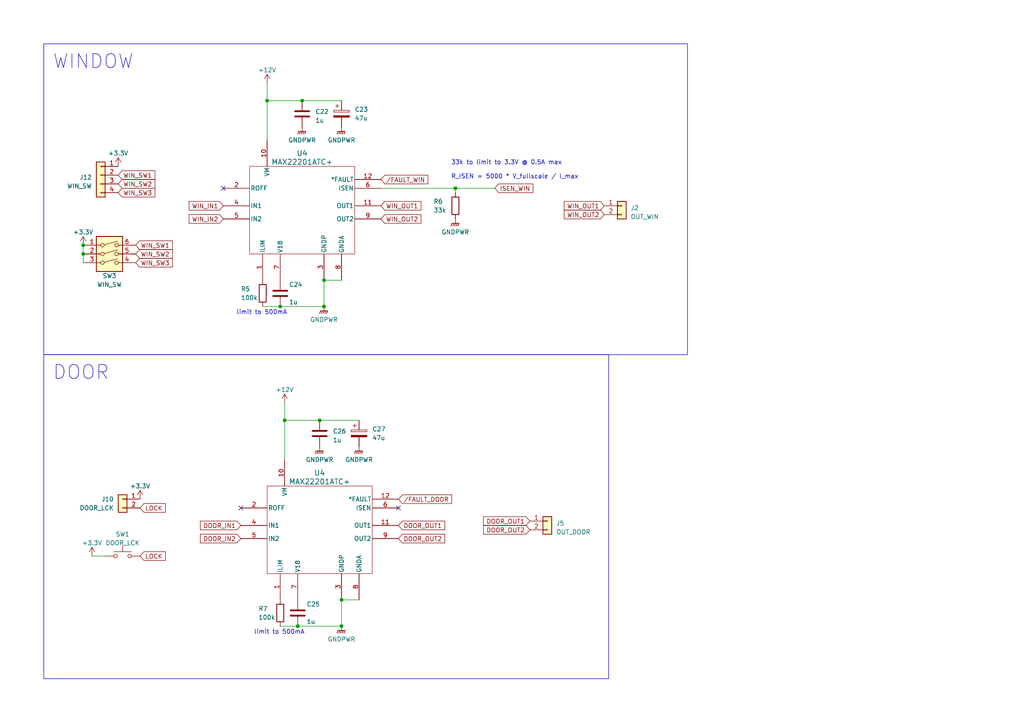
<source format=kicad_sch>
(kicad_sch (version 20230121) (generator eeschema)
  (paper "A4")
  (lib_symbols
    (symbol "Connector_Generic:Conn_01x02" (pin_names (offset 1.016) hide)
      (property "Reference" "J" (at 0 2.54 0))
      (property "Value" "Conn_01x02" (at 0 -5.08 0))
      (symbol "Conn_01x02_1_1"
        (rectangle (start -1.27 -2.413) (end 0 -2.667) (stroke (width 0.1524)))
        (rectangle (start -1.27 0.127) (end 0 -0.127) (stroke (width 0.1524)))
        (rectangle (start -1.27 1.27) (end 1.27 -3.81) (stroke (width 0.254)) (fill (type background)))
        (pin passive line (at -5.08 0 0) (length 3.81) (name "Pin_1") (number "1"))
        (pin passive line (at -5.08 -2.54 0) (length 3.81) (name "Pin_2") (number "2"))
      )
    )
    (symbol "Connector_Generic:Conn_01x04" (pin_names (offset 1.016) hide)
      (property "Reference" "J" (at 0 5.08 0))
      (property "Value" "Conn_01x04" (at 0 -7.62 0))
      (symbol "Conn_01x04_1_1"
        (rectangle (start -1.27 -4.953) (end 0 -5.207) (stroke (width 0.1524)))
        (rectangle (start -1.27 -2.413) (end 0 -2.667) (stroke (width 0.1524)))
        (rectangle (start -1.27 0.127) (end 0 -0.127) (stroke (width 0.1524)))
        (rectangle (start -1.27 2.667) (end 0 2.413) (stroke (width 0.1524)))
        (rectangle (start -1.27 3.81) (end 1.27 -6.35) (stroke (width 0.254)) (fill (type background)))
        (pin passive line (at -5.08 2.54 0) (length 3.81) (name "Pin_1") (number "1"))
        (pin passive line (at -5.08 0 0) (length 3.81) (name "Pin_2") (number "2"))
        (pin passive line (at -5.08 -2.54 0) (length 3.81) (name "Pin_3") (number "3"))
        (pin passive line (at -5.08 -5.08 0) (length 3.81) (name "Pin_4") (number "4"))
      )
    )
    (symbol "Device:C" (pin_numbers hide) (pin_names (offset 0.254))
      (property "Reference" "C" (at 0.635 2.54 0))
      (property "Value" "C" (at 0.635 -2.54 0))
      (symbol "C_0_1"
        (polyline (pts (xy -2.032 -0.762) (xy 2.032 -0.762)) (stroke (width 0.508)))
        (polyline (pts (xy -2.032 0.762) (xy 2.032 0.762)) (stroke (width 0.508)))
      )
      (symbol "C_1_1"
        (pin passive line (at 0 3.81 270) (length 2.794) (name "~") (number "1"))
        (pin passive line (at 0 -3.81 90) (length 2.794) (name "~") (number "2"))
      )
    )
    (symbol "Device:C_Polarized" (pin_numbers hide) (pin_names (offset 0.254))
      (property "Reference" "C" (at 0.635 2.54 0))
      (property "Value" "C_Polarized" (at 0.635 -2.54 0))
      (symbol "C_Polarized_0_1"
        (rectangle (start -2.286 0.508) (end 2.286 1.016))
        (polyline (pts (xy -1.778 2.286) (xy -0.762 2.286)))
        (polyline (pts (xy -1.27 2.794) (xy -1.27 1.778)))
        (rectangle (start 2.286 -0.508) (end -2.286 -1.016) (fill (type outline)))
      )
      (symbol "C_Polarized_1_1"
        (pin passive line (at 0 3.81 270) (length 2.794) (name "~") (number "1"))
        (pin passive line (at 0 -3.81 90) (length 2.794) (name "~") (number "2"))
      )
    )
    (symbol "Device:R" (pin_numbers hide) (pin_names (offset 0))
      (property "Reference" "R" (at 2.032 0 90))
      (property "Value" "R" (at 0 0 90))
      (symbol "R_0_1"
        (rectangle (start -1.016 -2.54) (end 1.016 2.54) (stroke (width 0.254)))
      )
      (symbol "R_1_1"
        (pin passive line (at 0 3.81 270) (length 1.27) (name "~") (number "1"))
        (pin passive line (at 0 -3.81 90) (length 1.27) (name "~") (number "2"))
      )
    )
    (symbol "MAX22201ATC_:MAX22201ATC+" (pin_names (offset 0.254))
      (property "Reference" "U4" (at 22.86 8.89 0))
      (property "Value" "MAX22201ATC+" (at 22.86 6.35 0))
      (symbol "MAX22201ATC+_0_1"
        (polyline (pts (xy 7.62 -20.32) (xy 38.1 -20.32)) (stroke (width 0.127)))
        (polyline (pts (xy 7.62 5.08) (xy 7.62 -20.32)) (stroke (width 0.127)))
        (polyline (pts (xy 38.1 -20.32) (xy 38.1 5.08)) (stroke (width 0.127)))
        (polyline (pts (xy 38.1 5.08) (xy 7.62 5.08)) (stroke (width 0.127)))
        (pin input line (at 11.43 -27.94 90) (length 7.62) (name "ILIM") (number "1"))
        (pin input line (at 12.7 12.7 270) (length 7.62) (name "VM") (number "10"))
        (pin output line (at 45.72 -6.35 180) (length 7.62) (name "OUT1") (number "11"))
        (pin output line (at 45.72 1.27 180) (length 7.62) (name "*FAULT") (number "12"))
        (pin input line (at 0 -1.27 0) (length 7.62) (name "ROFF") (number "2"))
        (pin power_in line (at 29.21 -27.94 90) (length 7.62) (name "GNDP") (number "3"))
        (pin input line (at 0 -6.35 0) (length 7.62) (name "IN1") (number "4"))
        (pin input line (at 0 -10.16 0) (length 7.62) (name "IN2") (number "5"))
        (pin output line (at 45.72 -1.27 180) (length 7.62) (name "ISEN") (number "6"))
        (pin output line (at 16.51 -27.94 90) (length 7.62) (name "V18") (number "7"))
        (pin power_in line (at 34.29 -27.94 90) (length 7.62) (name "GNDA") (number "8"))
        (pin output line (at 45.72 -10.16 180) (length 7.62) (name "OUT2") (number "9"))
      )
    )
    (symbol "Switch:SW_DIP_x03" (pin_names (offset 0) hide)
      (property "Reference" "SW" (at 0 8.89 0))
      (property "Value" "SW_DIP_x03" (at 0 -3.81 0))
      (symbol "SW_DIP_x03_0_0"
        (circle (center -2.032 0) (radius 0.508))
        (circle (center -2.032 2.54) (radius 0.508))
        (circle (center -2.032 5.08) (radius 0.508))
        (polyline (pts (xy -1.524 0.127) (xy 2.3622 1.1684)))
        (polyline (pts (xy -1.524 2.667) (xy 2.3622 3.7084)))
        (polyline (pts (xy -1.524 5.207) (xy 2.3622 6.2484)))
        (circle (center 2.032 0) (radius 0.508))
        (circle (center 2.032 2.54) (radius 0.508))
        (circle (center 2.032 5.08) (radius 0.508))
      )
      (symbol "SW_DIP_x03_0_1"
        (rectangle (start -3.81 7.62) (end 3.81 -2.54) (stroke (width 0.254)) (fill (type background)))
      )
      (symbol "SW_DIP_x03_1_1"
        (pin passive line (at -7.62 5.08 0) (length 5.08) (name "~") (number "1"))
        (pin passive line (at -7.62 2.54 0) (length 5.08) (name "~") (number "2"))
        (pin passive line (at -7.62 0 0) (length 5.08) (name "~") (number "3"))
        (pin passive line (at 7.62 0 180) (length 5.08) (name "~") (number "4"))
        (pin passive line (at 7.62 2.54 180) (length 5.08) (name "~") (number "5"))
        (pin passive line (at 7.62 5.08 180) (length 5.08) (name "~") (number "6"))
      )
    )
    (symbol "Switch:SW_Push" (pin_numbers hide) (pin_names (offset 1.016) hide)
      (property "Reference" "SW" (at 1.27 2.54 0))
      (property "Value" "SW_Push" (at 0 -1.524 0))
      (symbol "SW_Push_0_1"
        (circle (center -2.032 0) (radius 0.508))
        (polyline (pts (xy 0 1.27) (xy 0 3.048)))
        (polyline (pts (xy 2.54 1.27) (xy -2.54 1.27)))
        (circle (center 2.032 0) (radius 0.508))
        (pin passive line (at -5.08 0 0) (length 2.54) (name "1") (number "1"))
        (pin passive line (at 5.08 0 180) (length 2.54) (name "2") (number "2"))
      )
    )
    (symbol "power:+12V" (power) (pin_names (offset 0))
      (property "Value" "+12V" (at 0 3.556 0))
      (symbol "+12V_0_1"
        (polyline (pts (xy -0.762 1.27) (xy 0 2.54)))
        (polyline (pts (xy 0 0) (xy 0 2.54)))
        (polyline (pts (xy 0 2.54) (xy 0.762 1.27)))
      )
      (symbol "+12V_1_1"
        (pin power_in line (at 0 0 90) (length 0) hide (name "+12V") (number "1"))
      )
    )
    (symbol "power:+3.3V" (power) (pin_names (offset 0))
      (property "Value" "+3.3V" (at 0 3.556 0))
      (symbol "+3.3V_0_1"
        (polyline (pts (xy -0.762 1.27) (xy 0 2.54)))
        (polyline (pts (xy 0 0) (xy 0 2.54)))
        (polyline (pts (xy 0 2.54) (xy 0.762 1.27)))
      )
      (symbol "+3.3V_1_1"
        (pin power_in line (at 0 0 90) (length 0) hide (name "+3.3V") (number "1"))
      )
    )
    (symbol "power:GNDPWR" (power) (pin_names (offset 0))
      (property "Value" "GNDPWR" (at 0 -3.302 0))
      (symbol "GNDPWR_0_1"
        (polyline (pts (xy 0 -1.27) (xy 0 0)))
        (polyline (pts (xy -1.016 -1.27) (xy -1.27 -2.032) (xy -1.27 -2.032)) (stroke (width 0.2032)))
        (polyline (pts (xy -0.508 -1.27) (xy -0.762 -2.032) (xy -0.762 -2.032)) (stroke (width 0.2032)))
        (polyline (pts (xy 0 -1.27) (xy -0.254 -2.032) (xy -0.254 -2.032)) (stroke (width 0.2032)))
        (polyline (pts (xy 0.508 -1.27) (xy 0.254 -2.032) (xy 0.254 -2.032)) (stroke (width 0.2032)))
        (polyline (pts (xy 1.016 -1.27) (xy -1.016 -1.27) (xy -1.016 -1.27)) (stroke (width 0.2032)))
        (polyline (pts (xy 1.016 -1.27) (xy 0.762 -2.032) (xy 0.762 -2.032) (xy 0.762 -2.032)) (stroke (width 0.2032)))
      )
      (symbol "GNDPWR_1_1"
        (pin power_in line (at 0 0 270) (length 0) hide (name "GNDPWR") (number "1"))
      )
    )
  )
  (junction (at 24.13 71.12))
  (junction (at 132.08 54.61))
  (junction (at 87.63 29.21))
  (junction (at 92.71 121.92))
  (junction (at 99.06 181.61))
  (junction (at 77.47 29.21))
  (junction (at 86.36 181.61))
  (junction (at 81.28 88.9))
  (junction (at 93.98 88.9))
  (junction (at 82.55 121.92))
  (junction (at 93.98 81.28))
  (junction (at 99.06 173.99))
  (junction (at 24.13 73.66))
  (no_connect (at 64.77 54.61))
  (no_connect (at 115.57 147.32))
  (no_connect (at 69.85 147.32))
  (wire (pts (xy 82.55 116.84) (xy 82.55 121.92)))
  (wire (pts (xy 77.47 29.21) (xy 87.63 29.21)))
  (wire (pts (xy 99.06 181.61) (xy 99.06 173.99)))
  (wire (pts (xy 81.28 88.9) (xy 93.98 88.9)))
  (wire (pts (xy 87.63 29.21) (xy 99.06 29.21)))
  (wire (pts (xy 92.71 121.92) (xy 104.14 121.92)))
  (wire (pts (xy 86.36 181.61) (xy 99.06 181.61)))
  (wire (pts (xy 81.28 181.61) (xy 86.36 181.61)))
  (wire (pts (xy 82.55 121.92) (xy 92.71 121.92)))
  (wire (pts (xy 132.08 55.88) (xy 132.08 54.61)))
  (wire (pts (xy 77.47 29.21) (xy 77.47 40.64)))
  (wire (pts (xy 76.2 88.9) (xy 81.28 88.9)))
  (wire (pts (xy 143.51 54.61) (xy 132.08 54.61)))
  (wire (pts (xy 24.13 73.66) (xy 24.13 76.2)))
  (wire (pts (xy 99.06 173.99) (xy 104.14 173.99)))
  (wire (pts (xy 24.13 71.12) (xy 24.13 73.66)))
  (wire (pts (xy 82.55 121.92) (xy 82.55 133.35)))
  (wire (pts (xy 93.98 81.28) (xy 99.06 81.28)))
  (wire (pts (xy 77.47 24.13) (xy 77.47 29.21)))
  (wire (pts (xy 132.08 54.61) (xy 110.49 54.61)))
  (wire (pts (xy 93.98 88.9) (xy 93.98 81.28)))
  (wire (pts (xy 26.67 161.29) (xy 30.48 161.29)))
  (rectangle (start 12.7 12.7) (end 199.39 102.87))
  (rectangle (start 12.7 102.87) (end 176.53 196.85))
  (text "DOOR" (at 15.24 110.49 0) (effects (font (size 4 4)) (justify left bottom)))
  (text "WINDOW" (at 15.24 20.32 0) (effects (font (size 4 4)) (justify left bottom)))
  (text "33k to limit to 3.3V @ 0.5A max \n\nR_ISEN = 5000 * V_fullscale / I_max" (at 130.81 52.07 0) (effects (font (size 1.27 1.27)) (justify left bottom)))
  (text "limit to 500mA" (at 68.58 91.44 0) (effects (font (size 1.27 1.27)) (justify left bottom)))
  (text "limit to 500mA" (at 73.66 184.15 0) (effects (font (size 1.27 1.27)) (justify left bottom)))
  (global_label "DOOR_OUT1" (shape input) (at 115.57 152.4 0) (property "Intersheetrefs" "${INTERSHEET_REFS}" (effects hide)))
  (global_label "WIN_OUT2" (shape input) (at 110.49 63.5 0) (property "Intersheetrefs" "${INTERSHEET_REFS}" (effects hide)))
  (global_label "DOOR_IN1" (shape input) (at 69.85 152.4 180) (property "Intersheetrefs" "${INTERSHEET_REFS}" (effects hide)))
  (global_label "DOOR_OUT1" (shape input) (at 153.67 151.13 180) (property "Intersheetrefs" "${INTERSHEET_REFS}" (effects hide)))
  (global_label "ISEN_WIN" (shape input) (at 143.51 54.61 0) (property "Intersheetrefs" "${INTERSHEET_REFS}" (effects hide)))
  (global_label "{slash}FAULT_DOOR" (shape input) (at 115.57 144.78 0) (property "Intersheetrefs" "${INTERSHEET_REFS}" (effects hide)))
  (global_label "LOCK" (shape input) (at 40.64 161.29 0) (property "Intersheetrefs" "${INTERSHEET_REFS}" (effects hide)))
  (global_label "WIN_IN2" (shape input) (at 64.77 63.5 180) (property "Intersheetrefs" "${INTERSHEET_REFS}" (effects hide)))
  (global_label "DOOR_IN2" (shape input) (at 69.85 156.21 180) (property "Intersheetrefs" "${INTERSHEET_REFS}" (effects hide)))
  (global_label "WIN_OUT2" (shape input) (at 175.26 62.23 180) (property "Intersheetrefs" "${INTERSHEET_REFS}" (effects hide)))
  (global_label "WIN_SW1" (shape input) (at 34.29 50.8 0) (property "Intersheetrefs" "${INTERSHEET_REFS}" (effects hide)))
  (global_label "WIN_SW2" (shape input) (at 34.29 53.34 0) (property "Intersheetrefs" "${INTERSHEET_REFS}" (effects hide)))
  (global_label "WIN_IN1" (shape input) (at 64.77 59.69 180) (property "Intersheetrefs" "${INTERSHEET_REFS}" (effects hide)))
  (global_label "WIN_SW2" (shape input) (at 39.37 73.66 0) (property "Intersheetrefs" "${INTERSHEET_REFS}" (effects hide)))
  (global_label "WIN_OUT1" (shape input) (at 175.26 59.69 180) (property "Intersheetrefs" "${INTERSHEET_REFS}" (effects hide)))
  (global_label "LOCK" (shape input) (at 40.64 147.32 0) (property "Intersheetrefs" "${INTERSHEET_REFS}" (effects hide)))
  (global_label "DOOR_OUT2" (shape input) (at 153.67 153.67 180) (property "Intersheetrefs" "${INTERSHEET_REFS}" (effects hide)))
  (global_label "WIN_SW3" (shape input) (at 39.37 76.2 0) (property "Intersheetrefs" "${INTERSHEET_REFS}" (effects hide)))
  (global_label "WIN_OUT1" (shape input) (at 110.49 59.69 0) (property "Intersheetrefs" "${INTERSHEET_REFS}" (effects hide)))
  (global_label "DOOR_OUT2" (shape input) (at 115.57 156.21 0) (property "Intersheetrefs" "${INTERSHEET_REFS}" (effects hide)))
  (global_label "WIN_SW1" (shape input) (at 39.37 71.12 0) (property "Intersheetrefs" "${INTERSHEET_REFS}" (effects hide)))
  (global_label "{slash}FAULT_WIN" (shape input) (at 110.49 52.07 0) (property "Intersheetrefs" "${INTERSHEET_REFS}" (effects hide)))
  (global_label "WIN_SW3" (shape input) (at 34.29 55.88 0) (property "Intersheetrefs" "${INTERSHEET_REFS}" (effects hide)))
  (symbol (lib_id "Connector_Generic:Conn_01x04") (at 29.21 50.8 0) (mirror y) (unit 1)
    (property "Reference" "J12" (at 26.67 51.435 0) (effects (justify left)))
    (property "Value" "WIN_SW" (at 26.67 53.975 0) (effects (justify left)))
    (property "Footprint" "TerminalBlock_MetzConnect:TerminalBlock_MetzConnect_Type011_RT05504HBWC_1x04_P5.00mm_Horizontal" (effects hide))
  )
  (symbol (lib_id "Connector_Generic:Conn_01x02") (at 180.34 59.69 0) (unit 1)
    (property "Reference" "J2" (at 182.88 60.325 0) (effects (justify left)))
    (property "Value" "OUT_WIN" (at 182.88 62.865 0) (effects (justify left)))
    (property "Footprint" "TerminalBlock_MetzConnect:TerminalBlock_MetzConnect_Type011_RT05502HBWC_1x02_P5.00mm_Horizontal" (effects hide))
  )
  (symbol (lib_id "Connector_Generic:Conn_01x02") (at 35.56 144.78 0) (mirror y) (unit 1)
    (property "Reference" "J10" (at 33.02 144.78 0) (effects (justify left)))
    (property "Value" "DOOR_LCK" (at 33.02 147.32 0) (effects (justify left)))
    (property "Footprint" "TerminalBlock_MetzConnect:TerminalBlock_MetzConnect_Type011_RT05502HBWC_1x02_P5.00mm_Horizontal" (effects hide))
  )
  (symbol (lib_id "Switch:SW_DIP_x03") (at 31.75 76.2 0) (unit 1)
    (property "Reference" "SW3" (at 31.75 80.01 0))
    (property "Value" "WIN_SW" (at 31.75 82.55 0))
    (property "Footprint" "Button_Switch_SMD:SW_DIP_SPSTx04_Slide_6.7x11.72mm_W8.61mm_P2.54mm_LowProfile" (effects hide))
  )
  (symbol (lib_id "power:GNDPWR") (at 87.63 36.83 0) (unit 1)
    (property "Reference" "#PWR033" (effects hide))
    (property "Value" "GNDPWR" (at 87.63 40.64 0))
  )
  (symbol (lib_id "power:GNDPWR") (at 104.14 129.54 0) (unit 1)
    (property "Reference" "#PWR040" (effects hide))
    (property "Value" "GNDPWR" (at 104.14 133.35 0))
  )
  (symbol (lib_id "power:+3.3V") (at 24.13 71.12 0) (unit 1)
    (property "Reference" "#PWR064" (effects hide))
    (property "Value" "+3.3V" (at 24.13 67.31 0))
  )
  (symbol (lib_id "Device:C") (at 86.36 177.8 0) (unit 1)
    (property "Reference" "C25" (at 88.9 175.26 0) (effects (justify left)))
    (property "Value" "1u" (at 88.9 180.34 0) (effects (justify left)))
    (property "Footprint" "Capacitor_SMD:C_0805_2012Metric" (effects hide))
  )
  (symbol (lib_id "Device:R") (at 76.2 85.09 0) (unit 1)
    (property "Reference" "R5" (at 69.85 83.82 0) (effects (justify left)))
    (property "Value" "100k" (at 69.85 86.36 0) (effects (justify left)))
    (property "Footprint" "Resistor_SMD:R_0805_2012Metric" (effects hide))
  )
  (symbol (lib_id "Device:C_Polarized") (at 104.14 125.73 0) (unit 1)
    (property "Reference" "C27" (at 107.95 124.46 0) (effects (justify left)))
    (property "Value" "47u" (at 107.95 127 0) (effects (justify left)))
    (property "Footprint" "Capacitor_THT:CP_Radial_D5.0mm_P2.00mm" (effects hide))
  )
  (symbol (lib_id "Device:C") (at 87.63 33.02 0) (unit 1)
    (property "Reference" "C22" (at 91.44 32.385 0) (effects (justify left)))
    (property "Value" "1u" (at 91.44 34.925 0) (effects (justify left)))
    (property "Footprint" "Capacitor_SMD:C_0805_2012Metric" (effects hide))
  )
  (symbol (lib_id "power:GNDPWR") (at 92.71 129.54 0) (unit 1)
    (property "Reference" "#PWR038" (effects hide))
    (property "Value" "GNDPWR" (at 92.71 133.35 0))
  )
  (symbol (lib_id "Device:C") (at 92.71 125.73 0) (unit 1)
    (property "Reference" "C26" (at 96.52 125.095 0) (effects (justify left)))
    (property "Value" "1u" (at 96.52 127.635 0) (effects (justify left)))
    (property "Footprint" "Capacitor_SMD:C_0805_2012Metric" (effects hide))
  )
  (symbol (lib_id "Device:R") (at 81.28 177.8 0) (unit 1)
    (property "Reference" "R7" (at 74.93 176.53 0) (effects (justify left)))
    (property "Value" "100k" (at 74.93 179.07 0) (effects (justify left)))
    (property "Footprint" "Resistor_SMD:R_0805_2012Metric" (effects hide))
  )
  (symbol (lib_id "Connector_Generic:Conn_01x02") (at 158.75 151.13 0) (unit 1)
    (property "Reference" "J5" (at 161.29 151.765 0) (effects (justify left)))
    (property "Value" "OUT_DOOR" (at 161.29 154.305 0) (effects (justify left)))
    (property "Footprint" "TerminalBlock_MetzConnect:TerminalBlock_MetzConnect_Type011_RT05502HBWC_1x02_P5.00mm_Horizontal" (effects hide))
  )
  (symbol (lib_id "MAX22201ATC_:MAX22201ATC+") (at 69.85 146.05 0) (unit 1)
    (property "Reference" "U4" (at 92.71 137.16 0) (effects (font (size 1.524 1.524))))
    (property "Value" "MAX22201ATC+" (at 92.71 139.7 0) (effects (font (size 1.524 1.524))))
    (property "Footprint" "kicad_models:MAX22201ATC_" (effects hide))
    (property "Datasheet" "MAX22201ATC+" (effects hide))
    (instances (project "DIJOUS_4_PORTES" (path "" (reference "U4") (unit 1)) (path "" (reference "U5") (unit 1))))
  )
  (symbol (lib_id "Device:C") (at 81.28 85.09 0) (unit 1)
    (property "Reference" "C24" (at 83.82 82.55 0) (effects (justify left)))
    (property "Value" "1u" (at 83.82 87.63 0) (effects (justify left)))
    (property "Footprint" "Capacitor_SMD:C_0805_2012Metric" (effects hide))
  )
  (symbol (lib_id "power:+3.3V") (at 40.64 144.78 0) (mirror y) (unit 1)
    (property "Reference" "#PWR053" (effects hide))
    (property "Value" "+3.3V" (at 40.64 140.97 0))
  )
  (symbol (lib_id "power:+12V") (at 82.55 116.84 0) (unit 1)
    (property "Reference" "#PWR037" (effects hide))
    (property "Value" "+12V" (at 82.55 113.03 0))
  )
  (symbol (lib_id "Switch:SW_Push") (at 35.56 161.29 0) (unit 1)
    (property "Reference" "SW1" (at 35.56 154.94 0))
    (property "Value" "DOOR_LCK" (at 35.56 157.48 0))
    (property "Footprint" "Button_Switch_THT:SW_CW_GPTS203211B" (effects hide))
  )
  (symbol (lib_id "Device:C_Polarized") (at 99.06 33.02 0) (unit 1)
    (property "Reference" "C23" (at 102.87 31.75 0) (effects (justify left)))
    (property "Value" "47u" (at 102.87 34.29 0) (effects (justify left)))
    (property "Footprint" "Capacitor_THT:CP_Radial_D5.0mm_P2.00mm" (effects hide))
  )
  (symbol (lib_id "MAX22201ATC_:MAX22201ATC+") (at 64.77 53.34 0) (unit 1)
    (property "Reference" "U4" (at 87.63 44.45 0) (effects (font (size 1.524 1.524))))
    (property "Value" "MAX22201ATC+" (at 87.63 46.99 0) (effects (font (size 1.524 1.524))))
    (property "Footprint" "kicad_models:MAX22201ATC_" (effects hide))
    (property "Datasheet" "MAX22201ATC+" (effects hide))
  )
  (symbol (lib_id "power:+3.3V") (at 26.67 161.29 0) (unit 1)
    (property "Reference" "#PWR063" (effects hide))
    (property "Value" "+3.3V" (at 26.67 157.48 0))
  )
  (symbol (lib_id "power:+12V") (at 77.47 24.13 0) (unit 1)
    (property "Reference" "#PWR032" (effects hide))
    (property "Value" "+12V" (at 77.47 20.32 0))
  )
  (symbol (lib_id "power:+3.3V") (at 34.29 48.26 0) (mirror y) (unit 1)
    (property "Reference" "#PWR052" (effects hide))
    (property "Value" "+3.3V" (at 34.29 44.45 0))
  )
  (symbol (lib_id "power:GNDPWR") (at 132.08 63.5 0) (unit 1)
    (property "Reference" "#PWR035" (effects hide))
    (property "Value" "GNDPWR" (at 132.08 67.31 0))
  )
  (symbol (lib_id "power:GNDPWR") (at 99.06 36.83 0) (unit 1)
    (property "Reference" "#PWR034" (effects hide))
    (property "Value" "GNDPWR" (at 99.06 40.64 0))
  )
  (symbol (lib_id "Device:R") (at 132.08 59.69 0) (unit 1)
    (property "Reference" "R6" (at 125.73 58.42 0) (effects (justify left)))
    (property "Value" "33k" (at 125.73 60.96 0) (effects (justify left)))
    (property "Footprint" "Resistor_SMD:R_0805_2012Metric" (effects hide))
  )
  (symbol (lib_id "power:GNDPWR") (at 93.98 88.9 0) (unit 1)
    (property "Reference" "#PWR036" (effects hide))
    (property "Value" "GNDPWR" (at 93.98 92.71 0))
  )
  (symbol (lib_id "power:GNDPWR") (at 99.06 181.61 0) (unit 1)
    (property "Reference" "#PWR039" (effects hide))
    (property "Value" "GNDPWR" (at 99.06 185.42 0))
  )
)
</source>
